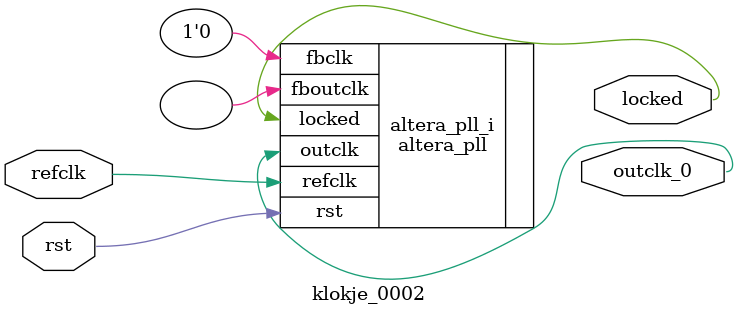
<source format=v>
`timescale 1ns/10ps
module  klokje_0002(

	// interface 'refclk'
	input wire refclk,

	// interface 'reset'
	input wire rst,

	// interface 'outclk0'
	output wire outclk_0,

	// interface 'locked'
	output wire locked
);

	altera_pll #(
		.fractional_vco_multiplier("false"),
		.reference_clock_frequency("50.0 MHz"),
		.operation_mode("direct"),
		.number_of_clocks(1),
		.output_clock_frequency0("35.000000 MHz"),
		.phase_shift0("0 ps"),
		.duty_cycle0(50),
		.output_clock_frequency1("0 MHz"),
		.phase_shift1("0 ps"),
		.duty_cycle1(50),
		.output_clock_frequency2("0 MHz"),
		.phase_shift2("0 ps"),
		.duty_cycle2(50),
		.output_clock_frequency3("0 MHz"),
		.phase_shift3("0 ps"),
		.duty_cycle3(50),
		.output_clock_frequency4("0 MHz"),
		.phase_shift4("0 ps"),
		.duty_cycle4(50),
		.output_clock_frequency5("0 MHz"),
		.phase_shift5("0 ps"),
		.duty_cycle5(50),
		.output_clock_frequency6("0 MHz"),
		.phase_shift6("0 ps"),
		.duty_cycle6(50),
		.output_clock_frequency7("0 MHz"),
		.phase_shift7("0 ps"),
		.duty_cycle7(50),
		.output_clock_frequency8("0 MHz"),
		.phase_shift8("0 ps"),
		.duty_cycle8(50),
		.output_clock_frequency9("0 MHz"),
		.phase_shift9("0 ps"),
		.duty_cycle9(50),
		.output_clock_frequency10("0 MHz"),
		.phase_shift10("0 ps"),
		.duty_cycle10(50),
		.output_clock_frequency11("0 MHz"),
		.phase_shift11("0 ps"),
		.duty_cycle11(50),
		.output_clock_frequency12("0 MHz"),
		.phase_shift12("0 ps"),
		.duty_cycle12(50),
		.output_clock_frequency13("0 MHz"),
		.phase_shift13("0 ps"),
		.duty_cycle13(50),
		.output_clock_frequency14("0 MHz"),
		.phase_shift14("0 ps"),
		.duty_cycle14(50),
		.output_clock_frequency15("0 MHz"),
		.phase_shift15("0 ps"),
		.duty_cycle15(50),
		.output_clock_frequency16("0 MHz"),
		.phase_shift16("0 ps"),
		.duty_cycle16(50),
		.output_clock_frequency17("0 MHz"),
		.phase_shift17("0 ps"),
		.duty_cycle17(50),
		.pll_type("General"),
		.pll_subtype("General")
	) altera_pll_i (
		.rst	(rst),
		.outclk	({outclk_0}),
		.locked	(locked),
		.fboutclk	( ),
		.fbclk	(1'b0),
		.refclk	(refclk)
	);
endmodule


</source>
